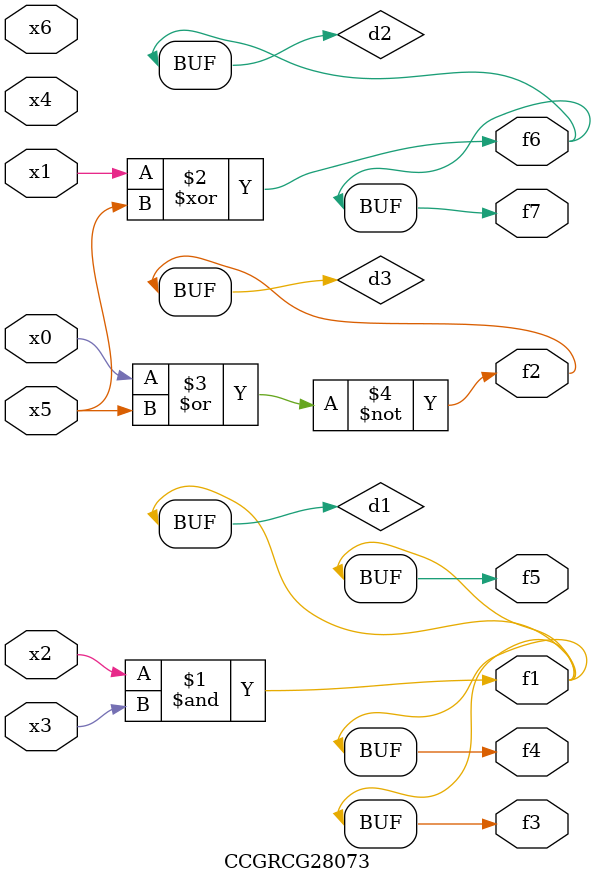
<source format=v>
module CCGRCG28073(
	input x0, x1, x2, x3, x4, x5, x6,
	output f1, f2, f3, f4, f5, f6, f7
);

	wire d1, d2, d3;

	and (d1, x2, x3);
	xor (d2, x1, x5);
	nor (d3, x0, x5);
	assign f1 = d1;
	assign f2 = d3;
	assign f3 = d1;
	assign f4 = d1;
	assign f5 = d1;
	assign f6 = d2;
	assign f7 = d2;
endmodule

</source>
